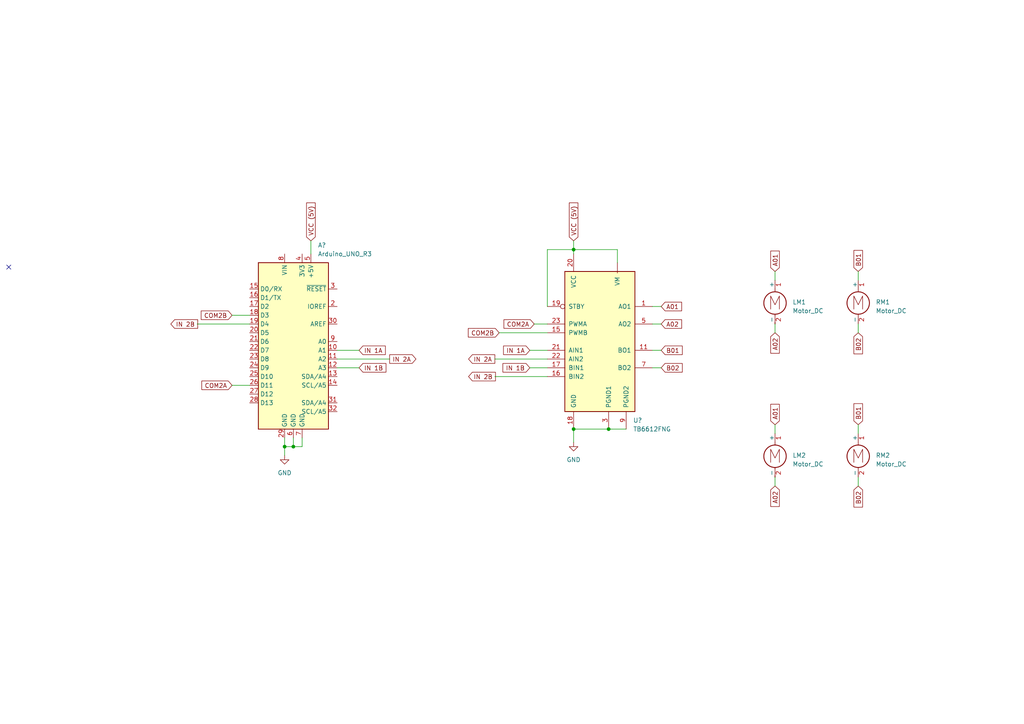
<source format=kicad_sch>
(kicad_sch (version 20211123) (generator eeschema)
  (paper "A4")
  (lib_symbols
    (symbol "Driver_Motor:TB6612FNG" (pin_names (offset 1.016))
      (property "Reference" "U?" (at 9.6394 -22.86 0))
      (property "Value" "TB6612FNG" (at 9.6394 -25.4 0))
      (symbol "TB6612FNG_0_1"
        (rectangle (start -10.16 20.32) (end 10.16 -20.32) (stroke (width 0.254)) (fill (type background)))
      )
      (symbol "TB6612FNG_1_1"
        (pin input line (at 5.08 22.86 270) (length 3) (name "VM") (number ""))
        (pin output line (at 15.24 10.16 180) (length 5.08) (name "AO1") (number "1"))
        (pin passive line (at 7.62 -25.4 90) (length 5.08) hide (name "PGND2") (number "10"))
        (pin output line (at 15.24 -2.54 180) (length 5.08) (name "BO1") (number "11"))
        (pin passive line (at 15.24 -2.54 180) (length 5.08) hide (name "BO1") (number "12"))
        (pin input line (at -15.24 2.54 0) (length 5.08) (name "PWMB") (number "15"))
        (pin input line (at -15.24 -10.16 0) (length 5.08) (name "BIN2") (number "16"))
        (pin input line (at -15.24 -7.62 0) (length 5.08) (name "BIN1") (number "17"))
        (pin power_in line (at -7.62 -25.4 90) (length 5.08) (name "GND") (number "18"))
        (pin input inverted (at -15.24 10.16 0) (length 5.08) (name "STBY") (number "19"))
        (pin passive line (at 15.24 10.16 180) (length 5.08) hide (name "AO1") (number "2"))
        (pin power_in line (at -7.62 25.4 270) (length 5.08) (name "VCC") (number "20"))
        (pin input line (at -15.24 -2.54 0) (length 5.08) (name "AIN1") (number "21"))
        (pin input line (at -15.24 -5.08 0) (length 5.08) (name "AIN2") (number "22"))
        (pin input line (at -15.24 5.08 0) (length 5.08) (name "PWMA") (number "23"))
        (pin power_in line (at 2.54 -25.4 90) (length 5.08) (name "PGND1") (number "3"))
        (pin passive line (at 2.54 -25.4 90) (length 5.08) hide (name "PGND1") (number "4"))
        (pin output line (at 15.24 5.08 180) (length 5.08) (name "AO2") (number "5"))
        (pin passive line (at 15.24 5.08 180) (length 5.08) hide (name "AO2") (number "6"))
        (pin output line (at 15.24 -7.62 180) (length 5.08) (name "BO2") (number "7"))
        (pin passive line (at 15.24 -7.62 180) (length 5.08) hide (name "BO2") (number "8"))
        (pin power_in line (at 7.62 -25.4 90) (length 5.08) (name "PGND2") (number "9"))
      )
    )
    (symbol "MCU_Module:Arduino_UNO_R3"
      (property "Reference" "A" (at -10.16 23.495 0))
      (property "Value" "Arduino_UNO_R3" (at 5.08 -26.67 0))
      (symbol "Arduino_UNO_R3_0_1"
        (rectangle (start -10.16 22.86) (end 10.16 -25.4) (stroke (width 0.254)) (fill (type background)))
      )
      (symbol "Arduino_UNO_R3_1_1"
        (pin no_connect line (at -10.16 -20.32 0) (length 2.54) hide (name "NC") (number "1"))
        (pin bidirectional line (at 12.7 -2.54 180) (length 2.54) (name "A1") (number "10"))
        (pin bidirectional line (at 12.7 -5.08 180) (length 2.54) (name "A2") (number "11"))
        (pin bidirectional line (at 12.7 -7.62 180) (length 2.54) (name "A3") (number "12"))
        (pin bidirectional line (at 12.7 -10.16 180) (length 2.54) (name "SDA/A4") (number "13"))
        (pin bidirectional line (at 12.7 -12.7 180) (length 2.54) (name "SCL/A5") (number "14"))
        (pin bidirectional line (at -12.7 15.24 0) (length 2.54) (name "D0/RX") (number "15"))
        (pin bidirectional line (at -12.7 12.7 0) (length 2.54) (name "D1/TX") (number "16"))
        (pin bidirectional line (at -12.7 10.16 0) (length 2.54) (name "D2") (number "17"))
        (pin bidirectional line (at -12.7 7.62 0) (length 2.54) (name "D3") (number "18"))
        (pin bidirectional line (at -12.7 5.08 0) (length 2.54) (name "D4") (number "19"))
        (pin output line (at 12.7 10.16 180) (length 2.54) (name "IOREF") (number "2"))
        (pin bidirectional line (at -12.7 2.54 0) (length 2.54) (name "D5") (number "20"))
        (pin bidirectional line (at -12.7 0 0) (length 2.54) (name "D6") (number "21"))
        (pin bidirectional line (at -12.7 -2.54 0) (length 2.54) (name "D7") (number "22"))
        (pin bidirectional line (at -12.7 -5.08 0) (length 2.54) (name "D8") (number "23"))
        (pin bidirectional line (at -12.7 -7.62 0) (length 2.54) (name "D9") (number "24"))
        (pin bidirectional line (at -12.7 -10.16 0) (length 2.54) (name "D10") (number "25"))
        (pin bidirectional line (at -12.7 -12.7 0) (length 2.54) (name "D11") (number "26"))
        (pin bidirectional line (at -12.7 -15.24 0) (length 2.54) (name "D12") (number "27"))
        (pin bidirectional line (at -12.7 -17.78 0) (length 2.54) (name "D13") (number "28"))
        (pin power_in line (at -2.54 -27.94 90) (length 2.54) (name "GND") (number "29"))
        (pin input line (at 12.7 15.24 180) (length 2.54) (name "~{RESET}") (number "3"))
        (pin input line (at 12.7 5.08 180) (length 2.54) (name "AREF") (number "30"))
        (pin bidirectional line (at 12.7 -17.78 180) (length 2.54) (name "SDA/A4") (number "31"))
        (pin bidirectional line (at 12.7 -20.32 180) (length 2.54) (name "SCL/A5") (number "32"))
        (pin power_out line (at 2.54 25.4 270) (length 2.54) (name "3V3") (number "4"))
        (pin power_out line (at 5.08 25.4 270) (length 2.54) (name "+5V") (number "5"))
        (pin power_in line (at 0 -27.94 90) (length 2.54) (name "GND") (number "6"))
        (pin power_in line (at 2.54 -27.94 90) (length 2.54) (name "GND") (number "7"))
        (pin power_in line (at -2.54 25.4 270) (length 2.54) (name "VIN") (number "8"))
        (pin bidirectional line (at 12.7 0 180) (length 2.54) (name "A0") (number "9"))
      )
    )
    (symbol "Motor:Motor_DC" (pin_names (offset 0))
      (property "Reference" "M" (at 2.54 2.54 0))
      (property "Value" "Motor_DC" (at 2.54 -5.08 0))
      (symbol "Motor_DC_0_0"
        (polyline (pts (xy -1.27 -3.302) (xy -1.27 0.508) (xy 0 -2.032) (xy 1.27 0.508) (xy 1.27 -3.302)))
      )
      (symbol "Motor_DC_0_1"
        (circle (center 0 -1.524) (radius 3.2512) (stroke (width 0.254)))
        (polyline (pts (xy 0 -7.62) (xy 0 -7.112)))
        (polyline (pts (xy 0 -4.7752) (xy 0 -5.1816)))
        (polyline (pts (xy 0 1.7272) (xy 0 2.0828)))
        (polyline (pts (xy 0 2.032) (xy 0 2.54)))
      )
      (symbol "Motor_DC_1_1"
        (pin passive line (at 0 5.08 270) (length 2.54) (name "+") (number "1"))
        (pin passive line (at 0 -7.62 90) (length 2.54) (name "-") (number "2"))
      )
    )
    (symbol "power:GND" (power) (pin_names (offset 0))
      (property "Value" "GND" (at 0 -3.81 0))
      (symbol "GND_0_1"
        (polyline (pts (xy 0 0) (xy 0 -1.27) (xy 1.27 -1.27) (xy 0 -2.54) (xy -1.27 -1.27) (xy 0 -1.27)))
      )
      (symbol "GND_1_1"
        (pin power_in line (at 0 0 270) (length 0) hide (name "GND") (number "1"))
      )
    )
  )
  (junction (at 166.37 124.46))
  (junction (at 166.37 72.39))
  (junction (at 85.09 129.54))
  (junction (at 82.55 129.54))
  (junction (at 176.53 124.46))
  (no_connect (at 2.54 77.47))
  (wire (pts (xy 166.37 72.39) (xy 166.37 73.66)))
  (wire (pts (xy 189.23 101.6) (xy 191.77 101.6)))
  (wire (pts (xy 248.92 123.19) (xy 248.92 125.73)))
  (wire (pts (xy 248.92 78.74) (xy 248.92 81.28)))
  (wire (pts (xy 57.15 93.98) (xy 72.39 93.98)))
  (wire (pts (xy 144.78 96.52) (xy 158.75 96.52)))
  (wire (pts (xy 97.79 101.6) (xy 104.14 101.6)))
  (wire (pts (xy 153.67 101.6) (xy 158.75 101.6)))
  (wire (pts (xy 97.79 106.68) (xy 104.14 106.68)))
  (wire (pts (xy 166.37 69.85) (xy 166.37 72.39)))
  (wire (pts (xy 154.94 93.98) (xy 158.75 93.98)))
  (wire (pts (xy 248.92 93.98) (xy 248.92 96.52)))
  (wire (pts (xy 189.23 88.9) (xy 191.77 88.9)))
  (wire (pts (xy 224.79 138.43) (xy 224.79 140.97)))
  (wire (pts (xy 143.51 109.22) (xy 158.75 109.22)))
  (wire (pts (xy 67.31 91.44) (xy 72.39 91.44)))
  (wire (pts (xy 143.51 104.14) (xy 158.75 104.14)))
  (wire (pts (xy 85.09 129.54) (xy 82.55 129.54)))
  (wire (pts (xy 224.79 78.74) (xy 224.79 81.28)))
  (wire (pts (xy 97.79 104.14) (xy 113.03 104.14)))
  (wire (pts (xy 158.75 72.39) (xy 166.37 72.39)))
  (wire (pts (xy 82.55 129.54) (xy 82.55 132.08)))
  (wire (pts (xy 176.53 124.46) (xy 181.61 124.46)))
  (wire (pts (xy 85.09 127) (xy 85.09 129.54)))
  (wire (pts (xy 224.79 93.98) (xy 224.79 96.52)))
  (wire (pts (xy 87.63 129.54) (xy 85.09 129.54)))
  (wire (pts (xy 166.37 124.46) (xy 176.53 124.46)))
  (wire (pts (xy 248.92 138.43) (xy 248.92 140.97)))
  (wire (pts (xy 87.63 127) (xy 87.63 129.54)))
  (wire (pts (xy 153.67 106.68) (xy 158.75 106.68)))
  (wire (pts (xy 158.75 88.9) (xy 158.75 72.39)))
  (wire (pts (xy 189.23 93.98) (xy 191.77 93.98)))
  (wire (pts (xy 189.23 106.68) (xy 191.77 106.68)))
  (wire (pts (xy 224.79 123.19) (xy 224.79 125.73)))
  (wire (pts (xy 166.37 124.46) (xy 166.37 128.27)))
  (wire (pts (xy 82.55 127) (xy 82.55 129.54)))
  (wire (pts (xy 67.31 111.76) (xy 72.39 111.76)))
  (wire (pts (xy 179.07 76.2) (xy 179.07 72.39)))
  (wire (pts (xy 179.07 72.39) (xy 166.37 72.39)))
  (wire (pts (xy 90.17 69.85) (xy 90.17 73.66)))
  (global_label "A02" (shape input) (at 224.79 140.97 270) (property "Intersheet References" "${INTERSHEET_REFS}" (effects hide)))
  (global_label "IN 1A" (shape input) (at 104.14 101.6 0) (property "Intersheet References" "${INTERSHEET_REFS}" (effects hide)))
  (global_label "IN 2A" (shape input) (at 135.89 104.14 0) (property "Intersheet References" "${INTERSHEET_REFS}" (effects hide)))
  (global_label "B02" (shape input) (at 248.92 140.97 270) (property "Intersheet References" "${INTERSHEET_REFS}" (effects hide)))
  (global_label "COM2B" (shape input) (at 67.31 91.44 180) (property "Intersheet References" "${INTERSHEET_REFS}" (effects hide)))
  (global_label "IN 1B" (shape input) (at 153.67 106.68 180) (property "Intersheet References" "${INTERSHEET_REFS}" (effects hide)))
  (global_label "IN 2B" (shape input) (at 135.89 109.22 0) (property "Intersheet References" "${INTERSHEET_REFS}" (effects hide)))
  (global_label "IN 1B" (shape input) (at 104.14 106.68 0) (property "Intersheet References" "${INTERSHEET_REFS}" (effects hide)))
  (global_label "IN 2A" (shape input) (at 120.65 104.14 180) (property "Intersheet References" "${INTERSHEET_REFS}" (effects hide)))
  (global_label "IN 1A" (shape input) (at 153.67 101.6 180) (property "Intersheet References" "${INTERSHEET_REFS}" (effects hide)))
  (global_label "A02" (shape input) (at 224.79 96.52 270) (property "Intersheet References" "${INTERSHEET_REFS}" (effects hide)))
  (global_label "A01" (shape input) (at 191.77 88.9 0) (property "Intersheet References" "${INTERSHEET_REFS}" (effects hide)))
  (global_label "B02" (shape input) (at 248.92 96.52 270) (property "Intersheet References" "${INTERSHEET_REFS}" (effects hide)))
  (global_label "B02" (shape input) (at 191.77 106.68 0) (property "Intersheet References" "${INTERSHEET_REFS}" (effects hide)))
  (global_label "VCC (5V)" (shape input) (at 90.17 69.85 90) (property "Intersheet References" "${INTERSHEET_REFS}" (effects hide)))
  (global_label "COM2A" (shape input) (at 67.31 111.76 180) (property "Intersheet References" "${INTERSHEET_REFS}" (effects hide)))
  (global_label "B01" (shape input) (at 191.77 101.6 0) (property "Intersheet References" "${INTERSHEET_REFS}" (effects hide)))
  (global_label "VCC (5V)" (shape input) (at 166.37 69.85 90) (property "Intersheet References" "${INTERSHEET_REFS}" (effects hide)))
  (global_label "B01" (shape input) (at 248.92 78.74 90) (property "Intersheet References" "${INTERSHEET_REFS}" (effects hide)))
  (global_label "COM2A" (shape input) (at 154.94 93.98 180) (property "Intersheet References" "${INTERSHEET_REFS}" (effects hide)))
  (global_label "A02" (shape input) (at 191.77 93.98 0) (property "Intersheet References" "${INTERSHEET_REFS}" (effects hide)))
  (global_label "IN 2B" (shape input) (at 49.53 93.98 0) (property "Intersheet References" "${INTERSHEET_REFS}" (effects hide)))
  (global_label "COM2B" (shape input) (at 144.78 96.52 180) (property "Intersheet References" "${INTERSHEET_REFS}" (effects hide)))
  (global_label "B01" (shape input) (at 248.92 123.19 90) (property "Intersheet References" "${INTERSHEET_REFS}" (effects hide)))
  (global_label "A01" (shape input) (at 224.79 123.19 90) (property "Intersheet References" "${INTERSHEET_REFS}" (effects hide)))
  (global_label "A01" (shape input) (at 224.79 78.74 90) (property "Intersheet References" "${INTERSHEET_REFS}" (effects hide)))
  (symbol (lib_id "power:GND") (at 166.37 128.27 0) (unit 1)
    (property "Reference" "#PWR?" (effects hide))
    (property "Value" "GND" (at 166.37 133.35 0))
  )
  (symbol (lib_id "MCU_Module:Arduino_UNO_R3") (at 85.09 99.06 0) (unit 1)
    (property "Reference" "A?" (at 92.1894 71.12 0) (effects (justify left)))
    (property "Value" "Arduino_UNO_R3" (at 92.1894 73.66 0) (effects (justify left)))
    (property "Footprint" "Module:Arduino_UNO_R3" (effects hide))
    (property "Datasheet" "https://www.arduino.cc/en/Main/arduinoBoardUno" (effects hide))
  )
  (symbol (lib_id "Motor:Motor_DC") (at 224.79 130.81 0) (unit 1)
    (property "Reference" "LM2" (at 229.87 132.0799 0) (effects (justify left)))
    (property "Value" "Motor_DC" (at 229.87 134.6199 0) (effects (justify left)))
  )
  (symbol (lib_id "Motor:Motor_DC") (at 248.92 86.36 0) (unit 1)
    (property "Reference" "RM1" (at 254 87.6299 0) (effects (justify left)))
    (property "Value" "Motor_DC" (at 254 90.1699 0) (effects (justify left)))
  )
  (symbol (lib_id "Driver_Motor:TB6612FNG") (at 173.99 99.06 0) (unit 1)
    (property "Reference" "U?" (at 183.6294 121.92 0) (effects (justify left)))
    (property "Value" "TB6612FNG" (at 183.6294 124.46 0) (effects (justify left)))
    (property "Footprint" "Package_SO:SSOP-24_5.3x8.2mm_P0.65mm" (effects hide))
    (property "Datasheet" "https://toshiba.semicon-storage.com/us/product/linear/motordriver/detail.TB6612FNG.html" (effects hide))
  )
  (symbol (lib_id "power:GND") (at 82.55 132.08 0) (unit 1)
    (property "Reference" "#PWR?" (effects hide))
    (property "Value" "GND" (at 82.55 137.16 0))
  )
  (symbol (lib_id "Motor:Motor_DC") (at 248.92 130.81 0) (unit 1)
    (property "Reference" "RM2" (at 254 132.0799 0) (effects (justify left)))
    (property "Value" "Motor_DC" (at 254 134.6199 0) (effects (justify left)))
  )
  (symbol (lib_id "Motor:Motor_DC") (at 224.79 86.36 0) (unit 1)
    (property "Reference" "LM1" (at 229.87 87.6299 0) (effects (justify left)))
    (property "Value" "Motor_DC" (at 229.87 90.1699 0) (effects (justify left)))
  )
)
</source>
